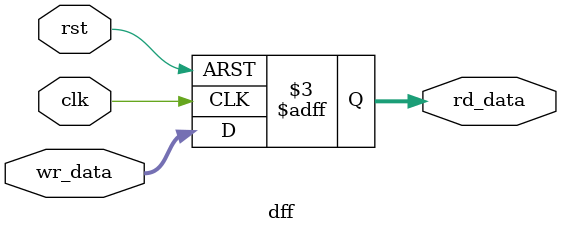
<source format=v>
module fifo_top (
    input wr_clk_pad,
    input rd_clk_pad,
    input wr_en_pad,
    input rd_en_pad,
    input wr_rst_pad,
    input rd_rst_pad,
    input [7:0] wr_data_pad,
    output [7:0] rd_data_pad,
    output  empty_pad,
    output  full_pad
);

wire read_clk,write_clk,wr_clk,rd_clk;
wire wr_en,rd_en,wr_rst,rd_rst;
wire [7:0] wr_data,rd_data;
wire full,empty;


pc3d01 pc3d01_1(.PAD (rd_clk_pad), .CIN (read_clk)); 
pc3c01 pc3c01_1(.CCLK (read_clk), .CP (rd_clk)); 

pc3d01 pc3d01_2(.PAD (wr_clk_pad), .CIN (write_clk)); 
pc3c01 pc3c01_2(.CCLK (write_clk), .CP (wr_clk)); 


pc3d01 pc3d01_3(.PAD (wr_rst_pad), .CIN (wr_rst)); 
pc3d01 pc3d01_4(.PAD (rd_rst_pad), .CIN (rd_rst)); 
pc3d01 pc3d01_5(.PAD (wr_en_pad), .CIN (wr_en)); 
pc3d01 pc3d01_6(.PAD (rd_en_pad), .CIN (rd_en)); 

pc3d01 pc3d01_7(.PAD (wr_data_pad[7]), .CIN (wr_data[7])); 
pc3d01 pc3d01_8(.PAD (wr_data_pad[6]), .CIN (wr_data[6])); 
pc3d01 pc3d01_9(.PAD (wr_data_pad[5]), .CIN (wr_data[5])); 
pc3d01 pc3d01_10(.PAD (wr_data_pad[4]), .CIN (wr_data[4])); 
pc3d01 pc3d01_11(.PAD (wr_data_pad[3]), .CIN (wr_data[3])); 
pc3d01 pc3d01_12(.PAD (wr_data_pad[2]), .CIN (wr_data[2])); 
pc3d01 pc3d01_13(.PAD (wr_data_pad[1]), .CIN (wr_data[1])); 
pc3d01 pc3d01_14(.PAD (wr_data_pad[0]), .CIN (wr_data[0])); 

pc3o05 pc3o05_1(.I (rd_data[7]), .PAD (rd_data_pad[7])); 
pc3o05 pc3o05_2(.I (rd_data[6]), .PAD (rd_data_pad[6])); 
pc3o05 pc3o05_3(.I (rd_data[5]), .PAD (rd_data_pad[5])); 
pc3o05 pc3o05_4(.I (rd_data[4]), .PAD (rd_data_pad[4])); 
pc3o05 pc3o05_5(.I (rd_data[3]), .PAD (rd_data_pad[3])); 
pc3o05 pc3o05_6(.I (rd_data[2]), .PAD (rd_data_pad[2])); 
pc3o05 pc3o05_7(.I (rd_data[1]), .PAD (rd_data_pad[1])); 
pc3o05 pc3o05_8(.I (rd_data[0]), .PAD (rd_data_pad[0])); 
pc3o05 pc3o05_9(.I (full), .PAD (full_pad)); 
pc3o05 pc3o05_10(.I (empty), .PAD (empty_pad)); 



wire [4:0] wr_addr_grey_sync, rd_addr_grey_sync;
wire [4:0] wr_addr_grey, rd_addr_grey;
wire [3:0] wr_addr, rd_addr;
wire wr_rst_sync, rd_rst_sync;

reset_sync wr_sync(wr_clk, wr_rst, wr_rst_sync);
reset_sync rd_sync(rd_clk, rd_rst, rd_rst_sync);

fifo_full f(wr_clk, wr_en, wr_rst_sync, rd_addr_grey_sync, full, wr_addr_grey, wr_addr);
fifo_empty e(rd_clk, rd_en, rd_rst_sync, wr_addr_grey_sync, empty, rd_addr_grey, rd_addr);

cdc_synchronizer wr_addr_sync(wr_clk, wr_rst_sync, rd_addr_grey, rd_addr_grey_sync);
cdc_synchronizer rd_addr_sync(rd_clk, rd_rst_sync, wr_addr_grey, wr_addr_grey_sync);

fifo_memory m(wr_clk, wr_rst_sync, wr_en, full, wr_addr, rd_addr, wr_data, rd_data);

endmodule

module fifo_full (
    input wr_clk,
    input wr_en,
    input wr_rst,
    input [4:0] rd_ptr_addr_sync,
    output reg full,
    output reg [4:0] wr_addr_grey,
    output  [3:0] wr_addr_bin
);

reg [4:0] wr_addr_bin_r;
reg full_r;

wire full_n;
wire [4:0] wr_addr_grey_next;
wire [4:0] wr_addr_binary_next;

always @(posedge wr_clk or negedge wr_rst) begin
    if(!wr_rst) begin
        wr_addr_bin_r <= 5'b0;
        wr_addr_grey <= 5'b0;
    end
    else begin
        wr_addr_bin_r <= wr_addr_binary_next;
        wr_addr_grey <= wr_addr_grey_next;
    end
end

assign wr_addr_bin = wr_addr_bin_r[3:0]; // write pointer

assign wr_addr_binary_next = {wr_addr_bin_r+(!full_r & wr_en)};

assign wr_addr_grey_next = (wr_addr_binary_next >>1) ^ wr_addr_binary_next;

assign full_n         = ((wr_addr_grey_next[4]     != rd_ptr_addr_sync[4] ) &&
                         (wr_addr_grey_next[3]   != rd_ptr_addr_sync[3]) &&
                         (wr_addr_grey_next[2:0] == rd_ptr_addr_sync[2:0]))       ;                   
always @(posedge wr_clk or negedge wr_rst) begin
    if(!wr_rst) begin
        full <= 1'b0;
    end
    else begin
        full <= full_n;
    end
end
always @(posedge wr_clk or negedge wr_rst) begin
    if (!wr_rst) begin
        full_r <= 1'b0;
    end
    else begin
        full_r <= full_n;
    end
end
endmodule

module fifo_empty  (
    input rd_clk,
    input rd_en,
    input rd_rst,
    input [4:0] wr_ptr_addr_sync,
    output reg empty,
    output reg [4:0] rd_addr_grey,
    output  [3:0] rd_addr_bin
);
    
reg [4:0] rd_addr_bin_r;
reg empty_r;

wire empty_n;
wire [4:0] rd_addr_grey_next, rd_addr_bin_next;

always @(posedge rd_clk or negedge rd_rst) begin
    if(!rd_rst) begin
        rd_addr_bin_r <= 5'b0;
        rd_addr_grey <= 5'b0;
    end
    else begin
        rd_addr_bin_r <= rd_addr_bin_next;
        rd_addr_grey <= rd_addr_grey_next;
    end
end

assign rd_addr_bin = rd_addr_bin_r[3:0]; // read pointer

assign rd_addr_bin_next = {rd_addr_bin_r+(!empty_r & rd_en)};

assign rd_addr_grey_next = (rd_addr_bin_next >>1) ^ rd_addr_bin_next;

assign empty_n = (rd_addr_grey_next == wr_ptr_addr_sync); //empty condition

always @(posedge rd_clk or negedge rd_rst) begin
    if(!rd_rst) begin
        empty <= 1'b1;
    end
    else begin
        empty <= empty_n;
    end
end
always @(posedge rd_clk or negedge rd_rst) begin
    if (!rd_rst) begin
        empty_r <= 1'b1;
    end
    else begin
        empty_r <= empty_n;
    end
end
endmodule

module fifo_memory (
    input clk,
    input rst,
    input wr_en,
    input full,
    input [3:0] wr_addr,
    input [3:0] rd_addr,
    input [7:0] wr_data,
    output [7:0] rd_data
);

reg [7:0] mem [15:0]; //memory array

wire wr_en_w1;

assign wr_en_w1 = (!full & wr_en); //write enable signal

always @(posedge clk or negedge rst) begin
    if(!rst) begin
        mem[0] <= 8'b0;
        mem[1] <= 8'b0;
        mem[2] <= 8'b0;
        mem[3] <= 8'b0;
        mem[4] <= 8'b0;
        mem[5] <= 8'b0;
        mem[6] <= 8'b0;
        mem[7] <= 8'b0;
        mem[8] <= 8'b0;
        mem[9] <= 8'b0;
        mem[10] <= 8'b0;
        mem[11] <= 8'b0;
        mem[12] <= 8'b0;
        mem[13] <= 8'b0;
        mem[14] <= 8'b0;
        mem[15] <= 8'b0;
    end else begin
        if(wr_en_w1) begin
            mem[wr_addr] <= wr_data; //synchronous write
        end
    end
end

assign rd_data = mem[rd_addr]; //asynchronous read

endmodule

module cdc_synchronizer(
    input clk,
    input rst,
    input [4:0] in_data,
    output [4:0] out_data
);

wire [4:0] in_data_n;

dff dff_1(clk, rst, in_data, in_data_n);
dff dff_2(clk, rst, in_data_n, out_data);
endmodule
module reset_sync(
    input clk,
    input rst,
    output reg rst_sync
);

reg rst_sync_reg;

always @(posedge clk or negedge rst) begin
    if(!rst) begin
        rst_sync_reg <= 1'b0;
        rst_sync <= 1'b0;

    end else begin
        rst_sync_reg <= 1'b1;
        rst_sync <= rst_sync_reg;
    end
end
endmodule

module dff(
    input clk,
    input rst,
    input [4:0] wr_data,
    output reg [4:0] rd_data
);

always @(posedge clk or negedge rst) begin
    if(!rst) begin
        rd_data <= 5'b0;
    end else begin
        rd_data <= wr_data;
    end
end

endmodule

</source>
